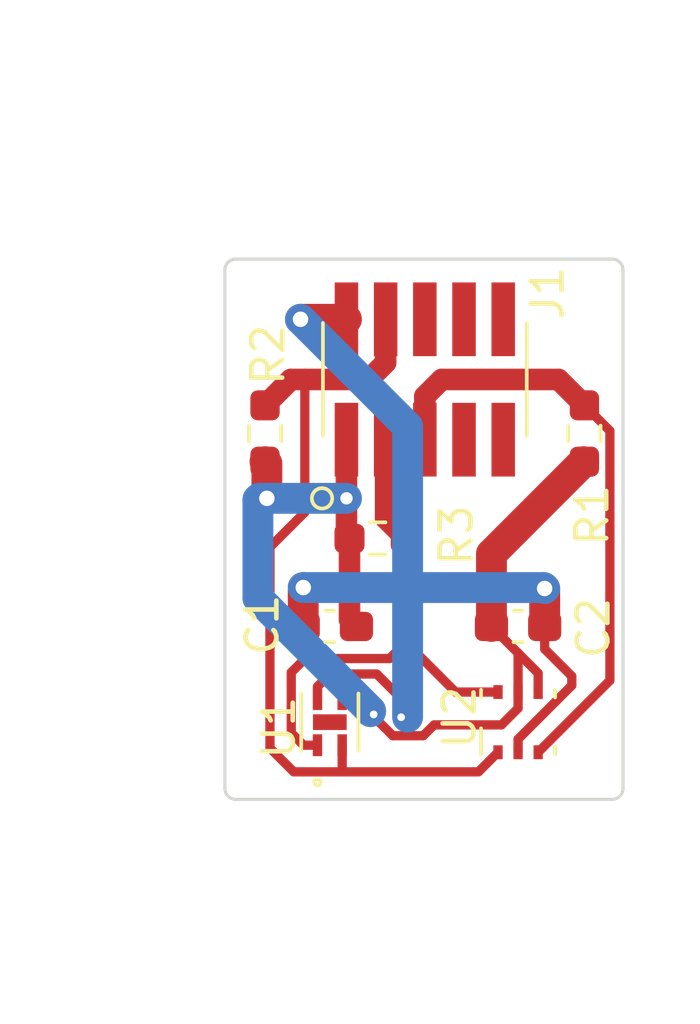
<source format=kicad_pcb>
(kicad_pcb (version 20221018) (generator pcbnew)
  (layers (0 "F.Cu" signal) (31 "B.Cu" signal) (34 "B.Paste" user) (35 "F.Paste" user) (36 "B.SilkS" user "B.Silkscreen") (37 "F.SilkS" user "F.Silkscreen") (38 "B.Mask" user) (39 "F.Mask" user) (44 "Edge.Cuts" user))
  (net 0 "")
  (net 1 "/VCC")
  (net 2 "/GND")
  (net 3 "/SDA")
  (net 4 "/SCL")
  (net 5 "/TMP_ALERT")
  (footprint "Capacitor_SMD:C_0603_1608Metric_Pad1.08x0.95mm_HandSolder" (layer "F.Cu") (at 135 94 180)
    (fp_text reference "C1" (at 2.1875 0.05 90) (layer "F.SilkS"))
    (fp_text value "100n")
    (fp_line (start -0.146267 -0.51) (end 0.146267 -0.51) (stroke (width 0.12)) (layer "F.SilkS"))
    (fp_line (start -0.146267 0.51) (end 0.146267 0.51) (stroke (width 0.12)) (layer "F.SilkS"))
    (pad "1" smd roundrect (at -0.8625 0 180) (size 1.075 0.95) (layers "F.Cu" "F.Paste" "F.Mask") (net 1 "/VCC"))
    (pad "2" smd roundrect (at 0.8625 0 180) (size 1.075 0.95) (layers "F.Cu" "F.Paste" "F.Mask") (net 2 "/GND"))
  )
  (footprint "Resistor_SMD:R_0603_1608Metric_Pad0.98x0.95mm_HandSolder" (layer "F.Cu") (at 143.25 87.75 90)
    (fp_text reference "R1" (at -2.65 0.25 90) (layer "F.SilkS"))
    (fp_text value "5k")
    (fp_line (start -0.254724 -0.5225) (end 0.254724 -0.5225) (stroke (width 0.12)) (layer "F.SilkS"))
    (fp_line (start -0.254724 0.5225) (end 0.254724 0.5225) (stroke (width 0.12)) (layer "F.SilkS"))
    (pad "1" smd roundrect (at -0.9125 0 90) (size 0.975 0.95) (layers "F.Cu" "F.Paste" "F.Mask") (net 1 "/VCC"))
    (pad "2" smd roundrect (at 0.9125 0 90) (size 0.975 0.95) (layers "F.Cu" "F.Paste" "F.Mask") (net 5 "/TMP_ALERT"))
  )
  (footprint "Capacitor_SMD:C_0603_1608Metric_Pad1.08x0.95mm_HandSolder" (layer "F.Cu") (at 141.1 94)
    (fp_text reference "C2" (at 2.4375 0.05 90) (layer "F.SilkS"))
    (fp_text value "100n")
    (fp_line (start -0.146267 -0.51) (end 0.146267 -0.51) (stroke (width 0.12)) (layer "F.SilkS"))
    (fp_line (start -0.146267 0.51) (end 0.146267 0.51) (stroke (width 0.12)) (layer "F.SilkS"))
    (pad "1" smd roundrect (at -0.8625 0) (size 1.075 0.95) (layers "F.Cu" "F.Paste" "F.Mask") (net 1 "/VCC"))
    (pad "2" smd roundrect (at 0.8625 0) (size 1.075 0.95) (layers "F.Cu" "F.Paste" "F.Mask") (net 2 "/GND"))
  )
  (footprint "TMP117MAIDRVT:TMP117MAIDRVT" (layer "F.Cu") (at 141.1 97.1 90)
    (fp_text reference "U2" (at 0.15 -1.9 90) (layer "F.SilkS"))
    (fp_text value "TMP117MAIDRVT")
    (fp_line (start -1.05 -1.2) (end -0.2 -1.2) (stroke (width 0.12)) (layer "F.SilkS"))
    (fp_line (start -1.05 1.2) (end -0.800001 1.2) (stroke (width 0.12)) (layer "F.SilkS"))
    (fp_line (start 0.800001 -1.2) (end 1.05 -1.2) (stroke (width 0.12)) (layer "F.SilkS"))
    (fp_line (start 0.800001 1.2) (end 1.05 1.2) (stroke (width 0.12)) (layer "F.SilkS"))
    (pad "1" smd rect (at -0.974999 -0.650001 180) (size 0.299999 0.449999) (layers "F.Cu" "F.Paste" "F.Mask") (net 4 "/SCL"))
    (pad "2" smd rect (at -0.974999 0 180) (size 0.299999 0.449999) (layers "F.Cu" "F.Paste" "F.Mask") (net 2 "/GND"))
    (pad "3" smd rect (at -0.974999 0.649999 180) (size 0.299999 0.449999) (layers "F.Cu" "F.Paste" "F.Mask") (net 5 "/TMP_ALERT"))
    (pad "4" smd rect (at 0.974999 0.649999 180) (size 0.299999 0.449999) (layers "F.Cu" "F.Paste" "F.Mask") (net 1 "/VCC"))
    (pad "5" smd rect (at 0.974999 0 180) (size 0.299999 0.449999) (layers "F.Cu" "F.Paste" "F.Mask") (net 1 "/VCC"))
    (pad "6" smd rect (at 0.974999 -0.650001 180) (size 0.299999 0.449999) (layers "F.Cu" "F.Paste" "F.Mask") (net 3 "/SDA"))
  )
  (footprint "Resistor_SMD:R_0603_1608Metric_Pad0.98x0.95mm_HandSolder" (layer "F.Cu") (at 136.55 91.15)
    (fp_text reference "R3" (at 2.55 -0.1 90) (layer "F.SilkS"))
    (fp_text value "5k")
    (fp_line (start -0.254724 -0.5225) (end 0.254724 -0.5225) (stroke (width 0.12)) (layer "F.SilkS"))
    (fp_line (start -0.254724 0.5225) (end 0.254724 0.5225) (stroke (width 0.12)) (layer "F.SilkS"))
    (pad "1" smd roundrect (at -0.9125 0) (size 0.975 0.95) (layers "F.Cu" "F.Paste" "F.Mask") (net 1 "/VCC"))
    (pad "2" smd roundrect (at 0.9125 0) (size 0.975 0.95) (layers "F.Cu" "F.Paste" "F.Mask") (net 3 "/SDA"))
  )
  (footprint "Resistor_SMD:R_0603_1608Metric_Pad0.98x0.95mm_HandSolder" (layer "F.Cu") (at 132.9 87.75 90)
    (fp_text reference "R2" (at 2.55 0.1 90) (layer "F.SilkS"))
    (fp_text value "5k")
    (fp_line (start -0.254724 -0.5225) (end 0.254724 -0.5225) (stroke (width 0.12)) (layer "F.SilkS"))
    (fp_line (start -0.254724 0.5225) (end 0.254724 0.5225) (stroke (width 0.12)) (layer "F.SilkS"))
    (pad "1" smd roundrect (at -0.9125 0 90) (size 0.975 0.95) (layers "F.Cu" "F.Paste" "F.Mask") (net 1 "/VCC"))
    (pad "2" smd roundrect (at 0.9125 0 90) (size 0.975 0.95) (layers "F.Cu" "F.Paste" "F.Mask") (net 4 "/SCL"))
  )
  (footprint "SHT40-AD1B-R3:SHT40-AD1B-R2" (layer "F.Cu") (at 135 97.1 90)
    (fp_text reference "U1" (at -0.1804 -1.656 90) (layer "F.SilkS"))
    (fp_text value "SHT40-AD1B-R3")
    (fp_line (start -0.9271 0.9271) (end 0.9271 0.9271) (stroke (width 0.12)) (layer "F.SilkS"))
    (fp_line (start 0.9271 -0.9271) (end -0.9271 -0.9271) (stroke (width 0.12)) (layer "F.SilkS"))
    (fp_circle (center -1.950899 -0.4) (end -1.849299 -0.4) (stroke (width 0.12)) (fill none) (layer "F.SilkS"))
    (pad "1" smd rect (at -0.7469 -0.399999 90) (size 0.706399 0.3056) (layers "F.Cu" "F.Paste" "F.Mask") (net 3 "/SDA"))
    (pad "2" smd rect (at -0.7469 0.399999 90) (size 0.706399 0.3056) (layers "F.Cu" "F.Paste" "F.Mask") (net 4 "/SCL"))
    (pad "3" smd rect (at 0.7469 0.399999 90) (size 0.706399 0.3056) (layers "F.Cu" "F.Paste" "F.Mask") (net 1 "/VCC"))
    (pad "4" smd rect (at 0.7469 -0.399999 90) (size 0.706399 0.3056) (layers "F.Cu" "F.Paste" "F.Mask") (net 2 "/GND"))
    (pad "5" smd rect (at 0 0 90) (size 0.508 1.0922) (layers "F.Cu" "F.Paste" "F.Mask"))
  )
  (footprint "20021121-00010C4LF:20021121-00010C4LF" (layer "F.Cu") (at 138.0785 86)
    (fp_text reference "J1" (at 3.9715 -2.7978 90) (layer "F.SilkS"))
    (fp_text value "20021121-00010C4LF" hide)
    (fp_line (start -3.302 -1.8288) (end -3.302 1.8288) (stroke (width 0.12)) (layer "F.SilkS"))
    (fp_line (start 3.302 1.8288) (end 3.302 -1.8288) (stroke (width 0.12)) (layer "F.SilkS"))
    (fp_circle (center -3.331 3.85) (end -3.001 3.85) (stroke (width 0.12)) (fill none) (layer "F.SilkS"))
    (pad "1" smd rect (at -2.54 1.950001) (size 0.762 2.3876) (layers "F.Cu" "F.Paste" "F.Mask") (net 1 "/VCC"))
    (pad "2" smd rect (at -2.54 -1.950001) (size 0.762 2.3876) (layers "F.Cu" "F.Paste" "F.Mask") (net 2 "/GND"))
    (pad "3" smd rect (at -1.27 1.950001) (size 0.762 2.3876) (layers "F.Cu" "F.Paste" "F.Mask") (net 3 "/SDA"))
    (pad "4" smd rect (at -1.27 -1.950001) (size 0.762 2.3876) (layers "F.Cu" "F.Paste" "F.Mask") (net 4 "/SCL"))
    (pad "5" smd rect (at 0 1.950001) (size 0.762 2.3876) (layers "F.Cu" "F.Paste" "F.Mask") (net 5 "/TMP_ALERT"))
    (pad "6" smd rect (at 0 -1.950001) (size 0.762 2.3876) (layers "F.Cu" "F.Paste" "F.Mask"))
    (pad "7" smd rect (at 1.27 1.950001) (size 0.762 2.3876) (layers "F.Cu" "F.Paste" "F.Mask"))
    (pad "8" smd rect (at 1.27 -1.950001) (size 0.762 2.3876) (layers "F.Cu" "F.Paste" "F.Mask"))
    (pad "9" smd rect (at 2.54 1.950001) (size 0.762 2.3876) (layers "F.Cu" "F.Paste" "F.Mask"))
    (pad "10" smd rect (at 2.54 -1.950001) (size 0.762 2.3876) (layers "F.Cu" "F.Paste" "F.Mask"))
  )
  (gr_line (start 137.5 82.1) (end 142.7 82.1) (stroke (width 0.1)) (layer "Edge.Cuts"))
  (gr_line (start 144.14 99.599999) (end 131.949999 99.600142) (stroke (width 0.1)) (layer "Edge.Cuts"))
  (gr_arc (start 131.599858 82.449999) (mid 131.705973 82.198901) (end 131.96 82.1) (stroke (width 0.1)) (layer "Edge.Cuts"))
  (gr_line (start 137.5 82.1) (end 131.95 82.1) (stroke (width 0.1)) (layer "Edge.Cuts"))
  (gr_line (start 144.5 82.464152) (end 144.500142 99.25) (stroke (width 0.1)) (layer "Edge.Cuts"))
  (gr_arc (start 144.500142 99.25) (mid 144.394027 99.501098) (end 144.14 99.599999) (stroke (width 0.1)) (layer "Edge.Cuts"))
  (gr_arc (start 144.126713 82.100001) (mid 144.393181 82.20025) (end 144.5 82.464152) (stroke (width 0.1)) (layer "Edge.Cuts"))
  (gr_arc (start 131.949999 99.600142) (mid 131.698901 99.494027) (end 131.6 99.24) (stroke (width 0.1)) (layer "Edge.Cuts"))
  (gr_line (start 142.7 82.1) (end 144.16 82.1) (stroke (width 0.1)) (layer "Edge.Cuts"))
  (gr_line (start 131.6 99.24) (end 131.599858 82.449999) (stroke (width 0.1)) (layer "Edge.Cuts"))
  (segment (start 135.5385 89.8315) (end 135.5385 89.8485) (width 0.7) (layer "F.Cu") (net 1))
  (segment (start 135.64 92.57) (end 135.6375 92.5725) (width 0.7) (layer "F.Cu") (net 1))
  (segment (start 135.6375 92.5725) (end 135.6375 93.775) (width 0.7) (layer "F.Cu") (net 1))
  (segment (start 140.561471 97.188529) (end 138.378529 97.188529) (width 0.3) (layer "F.Cu") (net 1))
  (segment (start 135.54 89.85) (end 135.5385 89.8515) (width 0.7) (layer "F.Cu") (net 1))
  (segment (start 135.5385 89.8515) (end 135.5385 91.051) (width 0.7) (layer "F.Cu") (net 1))
  (segment (start 140.2375 94) (end 140.2375 91.65) (width 1) (layer "F.Cu") (net 1))
  (segment (start 135.5385 87.950001) (end 135.5385 89.8285) (width 0.7) (layer "F.Cu") (net 1))
  (segment (start 141.749999 96.125001) (end 141.749999 95.512499) (width 0.3) (layer "F.Cu") (net 1))
  (segment (start 141.749999 95.512499) (end 141.1 94.8625) (width 0.3) (layer "F.Cu") (net 1))
  (segment (start 141.1 94.8625) (end 141.1 96.125001) (width 0.3) (layer "F.Cu") (net 1))
  (segment (start 138.027058 97.54) (end 137.04 97.54) (width 0.3) (layer "F.Cu") (net 1))
  (segment (start 135.6375 93.775) (end 135.8625 94) (width 0.7) (layer "F.Cu") (net 1))
  (segment (start 136.2631 96.3531) (end 136.43 96.52) (width 0.3) (layer "F.Cu") (net 1))
  (segment (start 135.54 89.83) (end 135.5385 89.8315) (width 0.7) (layer "F.Cu") (net 1))
  (segment (start 135.5385 89.8485) (end 135.54 89.85) (width 0.7) (layer "F.Cu") (net 1))
  (segment (start 135.6375 91.15) (end 135.6375 92.5675) (width 0.7) (layer "F.Cu") (net 1))
  (segment (start 140.2375 94) (end 141.1 94.8625) (width 0.3) (layer "F.Cu") (net 1))
  (segment (start 141.1 96.125001) (end 141.1 96.65) (width 0.3) (layer "F.Cu") (net 1))
  (segment (start 135.6375 92.5675) (end 135.64 92.57) (width 0.7) (layer "F.Cu") (net 1))
  (segment (start 140.2375 91.65) (end 143.225 88.6625) (width 1) (layer "F.Cu") (net 1))
  (segment (start 137.04 97.54) (end 136.43 96.93) (width 0.3) (layer "F.Cu") (net 1))
  (segment (start 138.378529 97.188529) (end 138.027058 97.54) (width 0.3) (layer "F.Cu") (net 1))
  (segment (start 135.5385 89.8285) (end 135.54 89.83) (width 0.7) (layer "F.Cu") (net 1))
  (segment (start 141.1 96.65) (end 140.561471 97.188529) (width 0.3) (layer "F.Cu") (net 1))
  (segment (start 135.399999 96.3531) (end 136.2631 96.3531) (width 0.3) (layer "F.Cu") (net 1))
  (segment (start 132.96 88.7225) (end 132.9 88.6625) (width 1) (layer "F.Cu") (net 1))
  (segment (start 135.5385 91.051) (end 135.6375 91.15) (width 0.7) (layer "F.Cu") (net 1))
  (segment (start 132.96 89.85) (end 132.96 88.7225) (width 1) (layer "F.Cu") (net 1))
  (segment (start 136.43 96.52) (end 136.43 96.93) (width 0.3) (layer "F.Cu") (net 1))
  (via (at 136.42 96.85) (size 0.5) (drill 0.25) (layers "F.Cu" "B.Cu") (net 1))
  (via (at 132.96 89.85) (size 1) (drill 0.5) (layers "F.Cu" "B.Cu") (net 1))
  (via (at 135.54 89.85) (size 0.7) (drill 0.4) (layers "F.Cu" "B.Cu") (net 1))
  (segment (start 132.67 89.89) (end 132.67 93.08) (width 1) (layer "B.Cu") (net 1))
  (segment (start 132.71 89.85) (end 132.67 89.89) (width 1) (layer "B.Cu") (net 1))
  (segment (start 135.54 89.85) (end 132.96 89.85) (width 1) (layer "B.Cu") (net 1))
  (segment (start 132.96 89.85) (end 132.71 89.85) (width 1) (layer "B.Cu") (net 1))
  (segment (start 132.67 93.08) (end 136.32 96.73) (width 1) (layer "B.Cu") (net 1))
  (segment (start 136.32 96.73) (end 136.32 96.76) (width 1) (layer "B.Cu") (net 1))
  (segment (start 137.31 96.87) (end 137.32 96.88) (width 0.3) (layer "F.Cu") (net 2))
  (segment (start 141.1 97.65) (end 142.84 95.91) (width 0.3) (layer "F.Cu") (net 2))
  (segment (start 142.84 95.91) (end 142.84 95.61) (width 0.3) (layer "F.Cu") (net 2))
  (segment (start 134.600001 96.3531) (end 134.600001 95.947099) (width 0.3) (layer "F.Cu") (net 2))
  (segment (start 141.9625 92.7725) (end 141.96 92.77) (width 1) (layer "F.Cu") (net 2))
  (segment (start 141.1 98.074999) (end 141.1 97.65) (width 0.3) (layer "F.Cu") (net 2))
  (segment (start 135.5385 84.049999) (end 134.05 84.05) (width 1) (layer "F.Cu") (net 2))
  (segment (start 137.31 96.33) (end 137.31 96.87) (width 0.3) (layer "F.Cu") (net 2))
  (segment (start 141.9625 94.7325) (end 141.9625 94) (width 0.3) (layer "F.Cu") (net 2))
  (segment (start 142.84 95.61) (end 141.9625 94.7325) (width 0.3) (layer "F.Cu") (net 2))
  (segment (start 135.76 95.54) (end 136.52 95.54) (width 0.3) (layer "F.Cu") (net 2))
  (segment (start 136.52 95.54) (end 137.31 96.33) (width 0.3) (layer "F.Cu") (net 2))
  (segment (start 134.1375 92.7425) (end 134.14 92.74) (width 1) (layer "F.Cu") (net 2))
  (segment (start 135.0071 95.54) (end 135.76 95.54) (width 0.3) (layer "F.Cu") (net 2))
  (segment (start 134.600001 95.947099) (end 135.0071 95.54) (width 0.3) (layer "F.Cu") (net 2))
  (segment (start 141.9625 94) (end 141.9625 92.7725) (width 1) (layer "F.Cu") (net 2))
  (segment (start 134.1375 94) (end 134.1375 92.7425) (width 1) (layer "F.Cu") (net 2))
  (via (at 134.14 92.74) (size 1) (drill 0.5) (layers "F.Cu" "B.Cu") (net 2))
  (via (at 134.05 84.05) (size 1) (drill 0.5) (layers "F.Cu" "B.Cu") (net 2))
  (via (at 141.96 92.77) (size 1) (drill 0.5) (layers "F.Cu" "B.Cu") (net 2))
  (via (at 137.31 96.94) (size 0.5) (drill 0.25) (layers "F.Cu" "B.Cu") (net 2))
  (segment (start 134.05 84.05) (end 137.52 87.52) (width 1) (layer "B.Cu") (net 2))
  (segment (start 141.93 92.74) (end 141.96 92.77) (width 1) (layer "B.Cu") (net 2))
  (segment (start 137.52 87.52) (end 137.52 96.94) (width 1) (layer "B.Cu") (net 2))
  (segment (start 134.14 92.74) (end 141.93 92.74) (width 1) (layer "B.Cu") (net 2))
  (segment (start 139.075001 96.125001) (end 140.449999 96.125001) (width 0.3) (layer "F.Cu") (net 3))
  (segment (start 133.75 97.449699) (end 133.75 95.49) (width 0.3) (layer "F.Cu") (net 3))
  (segment (start 136.8085 87.950001) (end 136.8085 90.496) (width 0.7) (layer "F.Cu") (net 3))
  (segment (start 136.935 95.04) (end 137.4625 94.5125) (width 0.3) (layer "F.Cu") (net 3))
  (segment (start 133.75 95.49) (end 134.2 95.04) (width 0.3) (layer "F.Cu") (net 3))
  (segment (start 134.2 95.04) (end 136.935 95.04) (width 0.3) (layer "F.Cu") (net 3))
  (segment (start 134.147201 97.8469) (end 133.75 97.449699) (width 0.3) (layer "F.Cu") (net 3))
  (segment (start 137.4625 91.15) (end 137.4625 94.5125) (width 0.3) (layer "F.Cu") (net 3))
  (segment (start 134.600001 97.8469) (end 134.147201 97.8469) (width 0.3) (layer "F.Cu") (net 3))
  (segment (start 137.4625 94.5125) (end 139.075001 96.125001) (width 0.3) (layer "F.Cu") (net 3))
  (segment (start 136.8085 90.496) (end 137.4625 91.15) (width 0.7) (layer "F.Cu") (net 3))
  (segment (start 133.06 97.94) (end 133.06 91.43) (width 0.3) (layer "F.Cu") (net 4))
  (segment (start 139.814998 98.71) (end 135.4 98.71) (width 0.3) (layer "F.Cu") (net 4))
  (segment (start 133.7375 86) (end 132.9 86.8375) (width 0.7) (layer "F.Cu") (net 4))
  (segment (start 136.263299 86) (end 134.19 86) (width 0.7) (layer "F.Cu") (net 4))
  (segment (start 135.4 98.71) (end 133.83 98.71) (width 0.3) (layer "F.Cu") (net 4))
  (segment (start 134.19 86) (end 133.7375 86) (width 0.7) (layer "F.Cu") (net 4))
  (segment (start 134.19 90.3) (end 134.19 86) (width 0.3) (layer "F.Cu") (net 4))
  (segment (start 133.83 98.71) (end 133.06 97.94) (width 0.3) (layer "F.Cu") (net 4))
  (segment (start 135.399999 97.8469) (end 135.4 98.71) (width 0.3) (layer "F.Cu") (net 4))
  (segment (start 136.8085 85.454799) (end 136.263299 86) (width 0.7) (layer "F.Cu") (net 4))
  (segment (start 133.06 91.43) (end 134.19 90.3) (width 0.3) (layer "F.Cu") (net 4))
  (segment (start 140.449999 98.074999) (end 139.814998 98.71) (width 0.3) (layer "F.Cu") (net 4))
  (segment (start 136.8085 84.049999) (end 136.8085 85.454799) (width 0.7) (layer "F.Cu") (net 4))
  (segment (start 138.0785 87.950001) (end 138.0785 86.545201) (width 0.7) (layer "F.Cu") (net 5))
  (segment (start 144.075 87.6625) (end 143.25 86.8375) (width 0.3) (layer "F.Cu") (net 5))
  (segment (start 144.075 95.749998) (end 144.075 87.6625) (width 0.3) (layer "F.Cu") (net 5))
  (segment (start 138.623701 86) (end 142.4125 86) (width 0.7) (layer "F.Cu") (net 5))
  (segment (start 141.749999 98.074999) (end 144.075 95.749998) (width 0.3) (layer "F.Cu") (net 5))
  (segment (start 142.4125 86) (end 143.25 86.8375) (width 0.7) (layer "F.Cu") (net 5))
  (segment (start 138.0785 86.545201) (end 138.623701 86) (width 0.7) (layer "F.Cu") (net 5))
)
</source>
